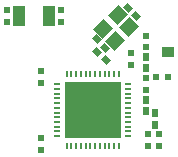
<source format=gtp>
%FSLAX24Y24*%
%MOIN*%
G70*
G01*
G75*
G04 Layer_Color=8421504*
%ADD10R,0.0394X0.0709*%
%ADD11R,0.0197X0.0236*%
%ADD12R,0.0197X0.0256*%
%ADD13R,0.0236X0.0197*%
%ADD14R,0.0400X0.0370*%
G04:AMPARAMS|DCode=15|XSize=47.2mil|YSize=43.3mil|CornerRadius=0mil|HoleSize=0mil|Usage=FLASHONLY|Rotation=225.000|XOffset=0mil|YOffset=0mil|HoleType=Round|Shape=Rectangle|*
%AMROTATEDRECTD15*
4,1,4,0.0014,0.0320,0.0320,0.0014,-0.0014,-0.0320,-0.0320,-0.0014,0.0014,0.0320,0.0*
%
%ADD15ROTATEDRECTD15*%

%ADD16O,0.0256X0.0079*%
%ADD17O,0.0079X0.0256*%
%ADD18R,0.1850X0.1850*%
G04:AMPARAMS|DCode=19|XSize=19.7mil|YSize=23.6mil|CornerRadius=0mil|HoleSize=0mil|Usage=FLASHONLY|Rotation=225.000|XOffset=0mil|YOffset=0mil|HoleType=Round|Shape=Rectangle|*
%AMROTATEDRECTD19*
4,1,4,-0.0014,0.0153,0.0153,-0.0014,0.0014,-0.0153,-0.0153,0.0014,-0.0014,0.0153,0.0*
%
%ADD19ROTATEDRECTD19*%

%ADD20C,0.0060*%
%ADD21C,0.0080*%
%ADD22C,0.0370*%
%ADD23C,0.0090*%
%ADD24C,0.0240*%
%ADD25C,0.0260*%
%ADD26C,0.0098*%
%ADD27C,0.0079*%
%ADD28C,0.0050*%
D10*
X-1458Y3140D02*
D03*
X-2442D02*
D03*
D11*
X-2850Y2943D02*
D03*
Y3337D02*
D03*
X-1050Y2943D02*
D03*
Y3337D02*
D03*
X1790Y2487D02*
D03*
Y2093D02*
D03*
Y1067D02*
D03*
Y673D02*
D03*
X2220Y-1197D02*
D03*
Y-803D02*
D03*
X1840D02*
D03*
Y-1197D02*
D03*
X-1720Y-923D02*
D03*
Y-1317D02*
D03*
X1290Y1523D02*
D03*
Y1917D02*
D03*
X-1720Y921D02*
D03*
Y1315D02*
D03*
D12*
X1790Y1767D02*
D03*
Y1393D02*
D03*
X2070Y-103D02*
D03*
Y-477D02*
D03*
X1790Y347D02*
D03*
Y-27D02*
D03*
D13*
X2497Y1090D02*
D03*
X2103D02*
D03*
D14*
X2510Y1924D02*
D03*
D15*
X1221Y2782D02*
D03*
X832Y3171D02*
D03*
X748Y2308D02*
D03*
X358Y2698D02*
D03*
D16*
X-1191Y866D02*
D03*
Y709D02*
D03*
Y551D02*
D03*
Y394D02*
D03*
Y236D02*
D03*
Y79D02*
D03*
Y-79D02*
D03*
Y-236D02*
D03*
Y-394D02*
D03*
Y-551D02*
D03*
Y-709D02*
D03*
Y-866D02*
D03*
X1191D02*
D03*
Y-709D02*
D03*
Y-551D02*
D03*
Y-394D02*
D03*
Y-236D02*
D03*
Y-79D02*
D03*
Y79D02*
D03*
Y236D02*
D03*
Y394D02*
D03*
Y551D02*
D03*
Y709D02*
D03*
Y866D02*
D03*
D17*
X-866Y-1191D02*
D03*
X-709D02*
D03*
X-551D02*
D03*
X-394D02*
D03*
X-236D02*
D03*
X-79D02*
D03*
X79D02*
D03*
X236D02*
D03*
X394D02*
D03*
X551D02*
D03*
X709D02*
D03*
X866D02*
D03*
Y1191D02*
D03*
X709D02*
D03*
X551D02*
D03*
X394D02*
D03*
X236D02*
D03*
X79D02*
D03*
X-79D02*
D03*
X-236D02*
D03*
X-394D02*
D03*
X-551D02*
D03*
X-709D02*
D03*
X-866D02*
D03*
D18*
X-0Y0D02*
D03*
D19*
X429Y1661D02*
D03*
X151Y1939D02*
D03*
X409Y2081D02*
D03*
X131Y2359D02*
D03*
X1181Y3409D02*
D03*
X1459Y3131D02*
D03*
M02*

</source>
